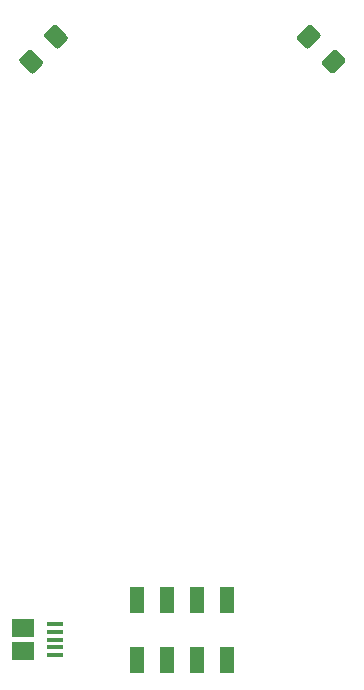
<source format=gbr>
%TF.GenerationSoftware,KiCad,Pcbnew,5.1.6-c6e7f7d~87~ubuntu20.04.1*%
%TF.CreationDate,2020-08-20T18:56:20-06:00*%
%TF.ProjectId,decade,64656361-6465-42e6-9b69-6361645f7063,rev?*%
%TF.SameCoordinates,Original*%
%TF.FileFunction,Paste,Top*%
%TF.FilePolarity,Positive*%
%FSLAX46Y46*%
G04 Gerber Fmt 4.6, Leading zero omitted, Abs format (unit mm)*
G04 Created by KiCad (PCBNEW 5.1.6-c6e7f7d~87~ubuntu20.04.1) date 2020-08-20 18:56:20*
%MOMM*%
%LPD*%
G01*
G04 APERTURE LIST*
%ADD10R,1.900000X1.500000*%
%ADD11R,1.350000X0.400000*%
%ADD12R,1.270000X2.290000*%
G04 APERTURE END LIST*
D10*
%TO.C,J3*%
X101487500Y-101500000D03*
D11*
X104187500Y-102500000D03*
X104187500Y-103150000D03*
X104187500Y-103800000D03*
X104187500Y-101200000D03*
X104187500Y-101850000D03*
D10*
X101487500Y-103500000D03*
%TD*%
%TO.C,R11*%
G36*
G01*
X126643934Y-51510051D02*
X125760051Y-52393935D01*
G75*
G02*
X125406497Y-52393935I-176777J176777D01*
G01*
X124752423Y-51739861D01*
G75*
G02*
X124752423Y-51386307I176777J176777D01*
G01*
X125636307Y-50502423D01*
G75*
G02*
X125989861Y-50502423I176777J-176777D01*
G01*
X126643935Y-51156497D01*
G75*
G02*
X126643935Y-51510051I-176777J-176777D01*
G01*
G37*
G36*
G01*
X128747576Y-53613693D02*
X127863693Y-54497577D01*
G75*
G02*
X127510139Y-54497577I-176777J176777D01*
G01*
X126856065Y-53843503D01*
G75*
G02*
X126856065Y-53489949I176777J176777D01*
G01*
X127739949Y-52606065D01*
G75*
G02*
X128093503Y-52606065I176777J-176777D01*
G01*
X128747577Y-53260139D01*
G75*
G02*
X128747577Y-53613693I-176777J-176777D01*
G01*
G37*
%TD*%
%TO.C,R10*%
G36*
G01*
X104239949Y-52393934D02*
X103356065Y-51510051D01*
G75*
G02*
X103356065Y-51156497I176777J176777D01*
G01*
X104010139Y-50502423D01*
G75*
G02*
X104363693Y-50502423I176777J-176777D01*
G01*
X105247577Y-51386307D01*
G75*
G02*
X105247577Y-51739861I-176777J-176777D01*
G01*
X104593503Y-52393935D01*
G75*
G02*
X104239949Y-52393935I-176777J176777D01*
G01*
G37*
G36*
G01*
X102136307Y-54497576D02*
X101252423Y-53613693D01*
G75*
G02*
X101252423Y-53260139I176777J176777D01*
G01*
X101906497Y-52606065D01*
G75*
G02*
X102260051Y-52606065I176777J-176777D01*
G01*
X103143935Y-53489949D01*
G75*
G02*
X103143935Y-53843503I-176777J-176777D01*
G01*
X102489861Y-54497577D01*
G75*
G02*
X102136307Y-54497577I-176777J176777D01*
G01*
G37*
%TD*%
D12*
%TO.C,J1*%
X118810000Y-104225000D03*
X116270000Y-104225000D03*
X113730000Y-104225000D03*
X111190000Y-104225000D03*
X118810000Y-99175000D03*
X116270000Y-99175000D03*
X113730000Y-99175000D03*
X111190000Y-99175000D03*
%TD*%
M02*

</source>
